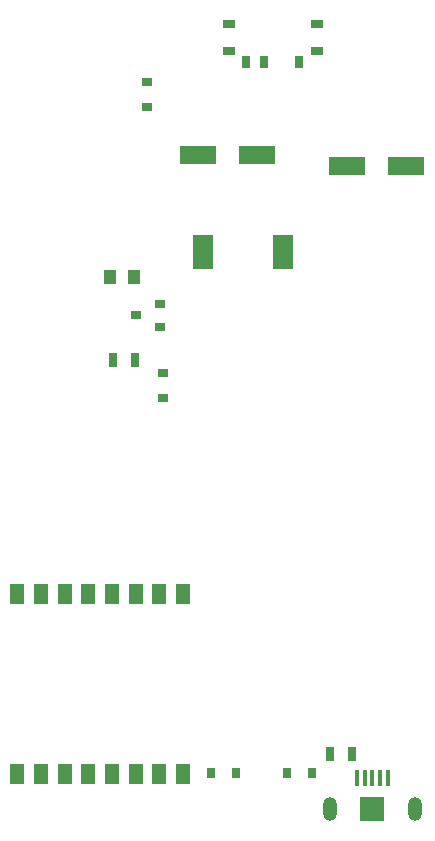
<source format=gbr>
G04 #@! TF.GenerationSoftware,KiCad,Pcbnew,5.1.6-c6e7f7d~87~ubuntu18.04.1*
G04 #@! TF.CreationDate,2021-04-09T16:44:34+05:30*
G04 #@! TF.ProjectId,Sensor_pcb_v4,53656e73-6f72-45f7-9063-625f76342e6b,rev?*
G04 #@! TF.SameCoordinates,Original*
G04 #@! TF.FileFunction,Paste,Top*
G04 #@! TF.FilePolarity,Positive*
%FSLAX46Y46*%
G04 Gerber Fmt 4.6, Leading zero omitted, Abs format (unit mm)*
G04 Created by KiCad (PCBNEW 5.1.6-c6e7f7d~87~ubuntu18.04.1) date 2021-04-09 16:44:34*
%MOMM*%
%LPD*%
G01*
G04 APERTURE LIST*
%ADD10R,3.110000X1.580000*%
%ADD11O,1.200000X2.000000*%
%ADD12R,2.000000X2.000000*%
%ADD13R,0.400000X1.350000*%
%ADD14R,1.000000X0.800000*%
%ADD15R,0.700000X1.100000*%
%ADD16R,0.900000X0.800000*%
%ADD17R,1.200000X1.700000*%
%ADD18R,1.750000X3.000000*%
%ADD19R,1.000000X1.250000*%
%ADD20R,0.800000X0.900000*%
%ADD21R,0.700000X1.300000*%
G04 APERTURE END LIST*
D10*
X45489500Y-31363900D03*
X40489500Y-31363900D03*
D11*
X51677600Y-86741000D03*
D12*
X55252600Y-86741000D03*
D11*
X58827600Y-86741000D03*
D13*
X53952600Y-84066000D03*
X54602600Y-84066000D03*
X55252600Y-84066000D03*
X55902600Y-84066000D03*
X56552600Y-84066000D03*
D14*
X43082500Y-20274900D03*
X43082500Y-22574900D03*
X50582500Y-20274900D03*
X50582500Y-22574900D03*
D15*
X44582500Y-23474900D03*
X46082500Y-23474900D03*
X49082500Y-23474900D03*
D16*
X37541200Y-49833800D03*
X37541200Y-51933800D03*
D17*
X25204700Y-68526400D03*
X27204700Y-68526400D03*
X29204700Y-68526400D03*
X31204700Y-68526400D03*
X33204700Y-68526400D03*
X35204700Y-68526400D03*
X37204700Y-68526400D03*
X39204700Y-68526400D03*
X39204700Y-83756400D03*
X37204700Y-83756400D03*
X35204700Y-83756400D03*
X33204700Y-83756400D03*
X31204700Y-83756400D03*
X29204700Y-83756400D03*
X27204700Y-83756400D03*
X25204700Y-83756400D03*
D16*
X36215000Y-25193300D03*
X36215000Y-27293300D03*
D10*
X58120900Y-32250400D03*
X53120900Y-32250400D03*
D18*
X40940400Y-39603700D03*
X47690400Y-39603700D03*
D19*
X33076600Y-41658500D03*
X35076600Y-41658500D03*
D20*
X48066000Y-83657400D03*
X50166000Y-83657400D03*
X43673700Y-83644700D03*
X41573700Y-83644700D03*
D16*
X37268700Y-45892800D03*
X37268700Y-43992800D03*
X35268700Y-44942800D03*
D21*
X53528000Y-82110600D03*
X51628000Y-82110600D03*
X35191700Y-48714700D03*
X33291700Y-48714700D03*
M02*

</source>
